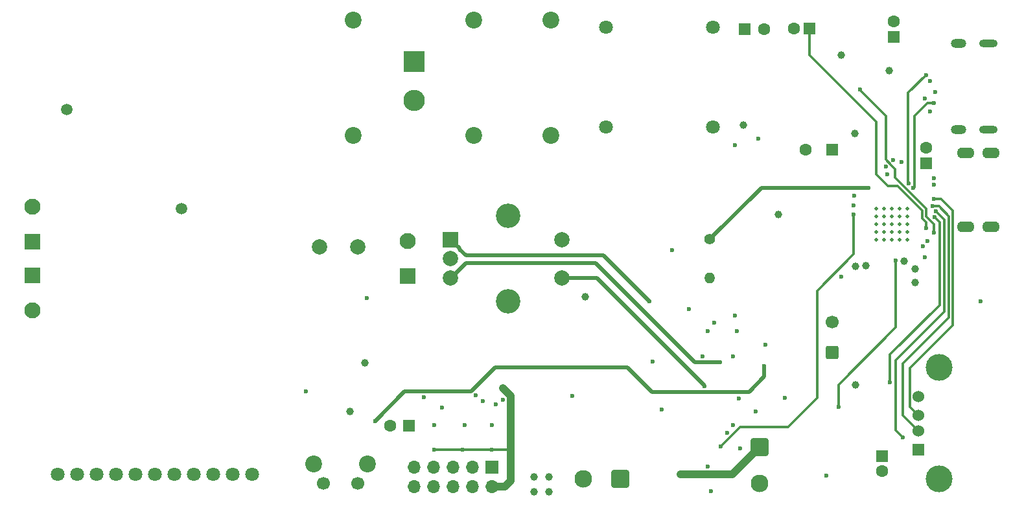
<source format=gbr>
%TF.GenerationSoftware,KiCad,Pcbnew,6.0.10-86aedd382b~118~ubuntu22.04.1*%
%TF.CreationDate,2023-01-15T12:46:15+03:00*%
%TF.ProjectId,xray,78726179-2e6b-4696-9361-645f70636258,rev?*%
%TF.SameCoordinates,Original*%
%TF.FileFunction,Copper,L3,Inr*%
%TF.FilePolarity,Positive*%
%FSLAX46Y46*%
G04 Gerber Fmt 4.6, Leading zero omitted, Abs format (unit mm)*
G04 Created by KiCad (PCBNEW 6.0.10-86aedd382b~118~ubuntu22.04.1) date 2023-01-15 12:46:15*
%MOMM*%
%LPD*%
G01*
G04 APERTURE LIST*
G04 Aperture macros list*
%AMRoundRect*
0 Rectangle with rounded corners*
0 $1 Rounding radius*
0 $2 $3 $4 $5 $6 $7 $8 $9 X,Y pos of 4 corners*
0 Add a 4 corners polygon primitive as box body*
4,1,4,$2,$3,$4,$5,$6,$7,$8,$9,$2,$3,0*
0 Add four circle primitives for the rounded corners*
1,1,$1+$1,$2,$3*
1,1,$1+$1,$4,$5*
1,1,$1+$1,$6,$7*
1,1,$1+$1,$8,$9*
0 Add four rect primitives between the rounded corners*
20,1,$1+$1,$2,$3,$4,$5,0*
20,1,$1+$1,$4,$5,$6,$7,0*
20,1,$1+$1,$6,$7,$8,$9,0*
20,1,$1+$1,$8,$9,$2,$3,0*%
G04 Aperture macros list end*
%TA.AperFunction,ComponentPad*%
%ADD10R,1.600000X1.600000*%
%TD*%
%TA.AperFunction,ComponentPad*%
%ADD11C,1.600000*%
%TD*%
%TA.AperFunction,ComponentPad*%
%ADD12C,0.500000*%
%TD*%
%TA.AperFunction,ComponentPad*%
%ADD13R,1.700000X1.700000*%
%TD*%
%TA.AperFunction,ComponentPad*%
%ADD14O,1.700000X1.700000*%
%TD*%
%TA.AperFunction,ComponentPad*%
%ADD15C,2.200000*%
%TD*%
%TA.AperFunction,ComponentPad*%
%ADD16RoundRect,0.250001X-0.899999X0.899999X-0.899999X-0.899999X0.899999X-0.899999X0.899999X0.899999X0*%
%TD*%
%TA.AperFunction,ComponentPad*%
%ADD17C,2.300000*%
%TD*%
%TA.AperFunction,ComponentPad*%
%ADD18C,1.800000*%
%TD*%
%TA.AperFunction,ComponentPad*%
%ADD19R,2.000000X2.000000*%
%TD*%
%TA.AperFunction,ComponentPad*%
%ADD20C,2.000000*%
%TD*%
%TA.AperFunction,ComponentPad*%
%ADD21C,3.200000*%
%TD*%
%TA.AperFunction,ComponentPad*%
%ADD22RoundRect,0.250001X0.899999X0.899999X-0.899999X0.899999X-0.899999X-0.899999X0.899999X-0.899999X0*%
%TD*%
%TA.AperFunction,ComponentPad*%
%ADD23O,2.300000X1.400000*%
%TD*%
%TA.AperFunction,ComponentPad*%
%ADD24RoundRect,0.250001X0.799999X-0.799999X0.799999X0.799999X-0.799999X0.799999X-0.799999X-0.799999X0*%
%TD*%
%TA.AperFunction,ComponentPad*%
%ADD25C,2.100000*%
%TD*%
%TA.AperFunction,ComponentPad*%
%ADD26C,1.700000*%
%TD*%
%TA.AperFunction,ComponentPad*%
%ADD27RoundRect,0.250001X-0.799999X0.799999X-0.799999X-0.799999X0.799999X-0.799999X0.799999X0.799999X0*%
%TD*%
%TA.AperFunction,ComponentPad*%
%ADD28R,2.800000X2.800000*%
%TD*%
%TA.AperFunction,ComponentPad*%
%ADD29O,2.800000X2.800000*%
%TD*%
%TA.AperFunction,ComponentPad*%
%ADD30R,1.524000X1.524000*%
%TD*%
%TA.AperFunction,ComponentPad*%
%ADD31C,1.524000*%
%TD*%
%TA.AperFunction,ComponentPad*%
%ADD32C,3.500000*%
%TD*%
%TA.AperFunction,ComponentPad*%
%ADD33O,2.400000X1.000000*%
%TD*%
%TA.AperFunction,ComponentPad*%
%ADD34O,2.000000X1.200000*%
%TD*%
%TA.AperFunction,ComponentPad*%
%ADD35C,1.400000*%
%TD*%
%TA.AperFunction,ComponentPad*%
%ADD36O,1.400000X1.400000*%
%TD*%
%TA.AperFunction,ComponentPad*%
%ADD37C,1.500000*%
%TD*%
%TA.AperFunction,ComponentPad*%
%ADD38RoundRect,0.250000X0.600000X-0.600000X0.600000X0.600000X-0.600000X0.600000X-0.600000X-0.600000X0*%
%TD*%
%TA.AperFunction,ViaPad*%
%ADD39C,0.600000*%
%TD*%
%TA.AperFunction,ViaPad*%
%ADD40C,1.000000*%
%TD*%
%TA.AperFunction,Conductor*%
%ADD41C,0.300000*%
%TD*%
%TA.AperFunction,Conductor*%
%ADD42C,1.000000*%
%TD*%
%TA.AperFunction,Conductor*%
%ADD43C,0.500000*%
%TD*%
G04 APERTURE END LIST*
D10*
%TO.N,USB_OUT_VBUS*%
%TO.C,C2*%
X169510000Y-133834888D03*
D11*
%TO.N,GND*%
X169510000Y-135834888D03*
%TD*%
D12*
%TO.N,GND*%
%TO.C,U2*%
X168710000Y-102515000D03*
X171785000Y-102515000D03*
X168710000Y-103540000D03*
X168710000Y-101490000D03*
X171785000Y-101490000D03*
X168710000Y-104565000D03*
X170760000Y-103540000D03*
X172810000Y-104565000D03*
X170760000Y-102515000D03*
X170760000Y-104565000D03*
X172810000Y-105590000D03*
X172810000Y-101490000D03*
X171785000Y-104565000D03*
X170760000Y-105590000D03*
X169735000Y-104565000D03*
X169735000Y-105590000D03*
X169735000Y-103540000D03*
X171785000Y-103540000D03*
X172810000Y-102515000D03*
X169735000Y-102515000D03*
X170760000Y-101490000D03*
X169735000Y-101490000D03*
X168710000Y-105590000D03*
X171785000Y-105590000D03*
X172810000Y-103540000D03*
%TD*%
D10*
%TO.N,USB_OUT_VOUT2*%
%TO.C,C26*%
X160000000Y-78000000D03*
D11*
%TO.N,GND*%
X158000000Y-78000000D03*
%TD*%
D13*
%TO.N,Net-(J4-Pad1)*%
%TO.C,J4*%
X118510000Y-135290000D03*
D14*
%TO.N,+5V*%
X118510000Y-137830000D03*
%TO.N,unconnected-(J4-Pad3)*%
X115970000Y-135290000D03*
%TO.N,Net-(J4-Pad4)*%
X115970000Y-137830000D03*
%TO.N,Net-(J4-Pad5)*%
X113430000Y-135290000D03*
%TO.N,Net-(J4-Pad6)*%
X113430000Y-137830000D03*
%TO.N,Net-(J4-Pad7)*%
X110890000Y-135290000D03*
%TO.N,GND*%
X110890000Y-137830000D03*
%TO.N,Net-(J4-Pad9)*%
X108350000Y-135290000D03*
%TO.N,GND*%
X108350000Y-137830000D03*
%TD*%
D15*
%TO.N,Net-(C9-Pad1)*%
%TO.C,C9*%
X116200000Y-76900000D03*
%TO.N,GND*%
X116200000Y-91900000D03*
%TD*%
%TO.N,GND*%
%TO.C,C11*%
X100400000Y-91900000D03*
%TO.N,Net-(C11-Pad2)*%
X100400000Y-76900000D03*
%TD*%
D16*
%TO.N,VCC*%
%TO.C,M1*%
X153510000Y-132640000D03*
D17*
%TO.N,Net-(C39-Pad1)*%
X153510000Y-137440000D03*
%TD*%
D18*
%TO.N,GND*%
%TO.C,U7*%
X61810000Y-136240000D03*
%TO.N,Net-(Q10-Pad3)*%
X64350000Y-136240000D03*
%TO.N,TFT_DC*%
X66890000Y-136240000D03*
%TO.N,MOSI*%
X69430000Y-136240000D03*
%TO.N,SCK*%
X71970000Y-136240000D03*
%TO.N,unconnected-(U7-Pad6)*%
X74510000Y-136240000D03*
%TO.N,unconnected-(U7-Pad7)*%
X77050000Y-136240000D03*
%TO.N,unconnected-(U7-Pad8)*%
X79590000Y-136240000D03*
%TO.N,GND*%
X82130000Y-136240000D03*
X84670000Y-136240000D03*
%TO.N,Net-(Q10-Pad3)*%
X87210000Y-136240000D03*
%TD*%
D19*
%TO.N,ENCODER_A*%
%TO.C,SW1*%
X113150000Y-105540000D03*
D20*
%TO.N,ENCODER_B*%
X113150000Y-110540000D03*
%TO.N,GND*%
X113150000Y-108040000D03*
D21*
%TO.N,N/C*%
X120650000Y-102440000D03*
X120650000Y-113640000D03*
D20*
%TO.N,ENCODER_CLICK*%
X127650000Y-110540000D03*
%TO.N,GND*%
X127650000Y-105540000D03*
%TD*%
D22*
%TO.N,Net-(LS1-Pad1)*%
%TO.C,LS1*%
X135260000Y-136790000D03*
D17*
%TO.N,Net-(LS1-Pad2)*%
X130460000Y-136790000D03*
%TD*%
D23*
%TO.N,unconnected-(J1-Pad6)*%
%TO.C,J1*%
X180460000Y-103890000D03*
X180460000Y-94190000D03*
X183760000Y-103890000D03*
X183760000Y-94190000D03*
%TD*%
D15*
%TO.N,Net-(C8-Pad1)*%
%TO.C,C8*%
X126200000Y-76900000D03*
%TO.N,Net-(C8-Pad2)*%
X126200000Y-91900000D03*
%TD*%
D24*
%TO.N,Net-(D4-Pad1)*%
%TO.C,D4*%
X58510000Y-105840000D03*
D25*
%TO.N,Net-(D4-Pad2)*%
X58510000Y-101240000D03*
%TD*%
D10*
%TO.N,USB_M_IN_VBUS*%
%TO.C,C3*%
X175260000Y-95540000D03*
D11*
%TO.N,GND*%
X175260000Y-93540000D03*
%TD*%
D10*
%TO.N,USB_VSYS*%
%TO.C,C10*%
X163010000Y-93790000D03*
D11*
%TO.N,GND*%
X159510000Y-93790000D03*
%TD*%
D15*
%TO.N,*%
%TO.C,SW2*%
X95260000Y-134865000D03*
X102260000Y-134865000D03*
D26*
%TO.N,WAKEUP_BUTTON*%
X101010000Y-137365000D03*
%TO.N,GND*%
X96510000Y-137365000D03*
%TD*%
D10*
%TO.N,USB_IN_VBUS*%
%TO.C,C4*%
X171010000Y-79040000D03*
D11*
%TO.N,GND*%
X171010000Y-77040000D03*
%TD*%
D27*
%TO.N,Net-(D4-Pad1)*%
%TO.C,D6*%
X58510000Y-110240000D03*
D25*
%TO.N,Net-(D6-Pad2)*%
X58510000Y-114840000D03*
%TD*%
D20*
%TO.N,Net-(C24-Pad1)*%
%TO.C,C24*%
X96010000Y-106540000D03*
%TO.N,Net-(C24-Pad2)*%
X101010000Y-106540000D03*
%TD*%
D10*
%TO.N,Net-(C40-Pad1)*%
%TO.C,C40*%
X107715113Y-129840000D03*
D11*
%TO.N,GND*%
X105215113Y-129840000D03*
%TD*%
D18*
%TO.N,Net-(C1-Pad1)*%
%TO.C,T1*%
X147400000Y-77800000D03*
%TO.N,Net-(C5-Pad1)*%
X147400000Y-90800000D03*
%TO.N,GND*%
X133400000Y-90800000D03*
%TO.N,Net-(C8-Pad1)*%
X133400000Y-77800000D03*
%TD*%
D28*
%TO.N,Net-(C11-Pad2)*%
%TO.C,D3*%
X108400000Y-82284497D03*
D29*
%TO.N,Net-(C8-Pad2)*%
X108400000Y-87364497D03*
%TD*%
D30*
%TO.N,USB_OUT_VBUS*%
%TO.C,J2*%
X174282500Y-133040000D03*
D31*
%TO.N,USB_OUT_D-*%
X174282500Y-130540000D03*
%TO.N,USB_OUT_D+*%
X174282500Y-128540000D03*
%TO.N,GND*%
X174282500Y-126040000D03*
D32*
%TO.N,unconnected-(J2-Pad5)*%
X176992500Y-122290000D03*
X176992500Y-136790000D03*
%TD*%
D10*
%TO.N,Net-(C1-Pad1)*%
%TO.C,C1*%
X151594888Y-78040000D03*
D11*
%TO.N,GND*%
X154094888Y-78040000D03*
%TD*%
D33*
%TO.N,unconnected-(J3-PadS1)*%
%TO.C,J3*%
X183410000Y-91140000D03*
D34*
X179485000Y-91140000D03*
X179485000Y-79940000D03*
D33*
X183410000Y-79940000D03*
%TD*%
D24*
%TO.N,Net-(D4-Pad1)*%
%TO.C,D5*%
X107510000Y-110340000D03*
D25*
%TO.N,Net-(D5-Pad2)*%
X107510000Y-105740000D03*
%TD*%
D35*
%TO.N,Net-(C16-Pad2)*%
%TO.C,R9*%
X147010000Y-105500000D03*
D36*
%TO.N,GND*%
X147010000Y-110580000D03*
%TD*%
D37*
%TO.N,Net-(R13-Pad2)*%
%TO.C,V1*%
X63010000Y-88540000D03*
%TO.N,Net-(C24-Pad1)*%
X78010000Y-101540000D03*
%TD*%
D38*
%TO.N,Net-(BT1-Pad1)*%
%TO.C,BT1*%
X163010000Y-120290000D03*
D26*
%TO.N,GND*%
X163010000Y-116290000D03*
%TD*%
D39*
%TO.N,USB_INT*%
X148400000Y-132600000D03*
%TO.N,GND*%
X151000000Y-132800000D03*
X147147500Y-138452500D03*
D40*
%TO.N,VCC*%
X143200000Y-136200000D03*
%TO.N,+5V*%
X120000000Y-125000000D03*
D39*
%TO.N,VCC*%
X94200000Y-125400000D03*
D40*
%TO.N,GND*%
X101922500Y-121677500D03*
D39*
%TO.N,RADIATION_VALUE*%
X102200000Y-113200000D03*
%TO.N,USB_KEY*%
X163800000Y-127400000D03*
%TO.N,USB_FORCE_ON*%
X162200000Y-136400000D03*
%TO.N,USB_OUT_VBUS_G*%
X170510000Y-124200000D03*
%TO.N,USB_OUT_VBUS*%
X172200000Y-131400000D03*
%TO.N,Net-(R15-Pad2)*%
X164200000Y-110400000D03*
%TO.N,USB_M_IN_VBUS_G*%
X182400000Y-113600000D03*
D40*
%TO.N,GND*%
X165959500Y-91665000D03*
D39*
%TO.N,USB_IN_VBUS_G*%
X166655000Y-85945000D03*
D40*
%TO.N,VREG*%
X164200000Y-81400000D03*
%TO.N,VCC*%
X151400000Y-90600000D03*
D39*
X175110000Y-107840000D03*
X111010000Y-129790000D03*
D40*
X155960000Y-102290000D03*
D39*
X115010000Y-129790000D03*
X118510000Y-129790000D03*
%TO.N,GND*%
X129010000Y-125990000D03*
D40*
X124010000Y-136540000D03*
X126010000Y-138540000D03*
X99972500Y-128002500D03*
D39*
X156785000Y-126265000D03*
X139510000Y-121515000D03*
D40*
X124010000Y-138540000D03*
X126010000Y-136540000D03*
D39*
%TO.N,USB_OUT_VBUS*%
X176510000Y-101839500D03*
%TO.N,USB_IN_VBUS*%
X175414671Y-105741000D03*
X175760000Y-88790000D03*
D40*
X130750000Y-113000000D03*
%TO.N,USB_VSYS*%
X166000000Y-109000000D03*
X167410000Y-108940000D03*
D39*
%TO.N,USB_OUT_VOUT2*%
X175260000Y-104040000D03*
%TO.N,RESET*%
X147610000Y-116440000D03*
X109635000Y-126165000D03*
%TO.N,SPEAKER*%
X149260000Y-130790000D03*
D40*
%TO.N,USB_VMID*%
X166010000Y-124540000D03*
X173810000Y-111140000D03*
X173810000Y-109340000D03*
X170410000Y-83440000D03*
%TO.N,VREG*%
X172412135Y-108373421D03*
D39*
%TO.N,USB_OUT_D-*%
X176141313Y-101130083D03*
%TO.N,USB_OUT_D+*%
X176250000Y-100250000D03*
%TO.N,USB_IN_CC1*%
X173561082Y-98836907D03*
X176245284Y-87704716D03*
%TO.N,+5V*%
X118510000Y-133040000D03*
X114760000Y-133040000D03*
X111010000Y-133040000D03*
%TO.N,USB_IN_D+*%
X176409500Y-86290000D03*
X170955817Y-95148045D03*
X175760000Y-84790000D03*
%TO.N,USB_IN_D-*%
X172010000Y-95390500D03*
X175110000Y-87104693D03*
%TO.N,USB_IN_CC2*%
X175260000Y-84040000D03*
X172934647Y-98215353D03*
%TO.N,UV_PWM*%
X142072500Y-106927500D03*
%TO.N,RADIATION_VALUE*%
X144310000Y-114640000D03*
%TO.N,FLASHLIGHT*%
X140685000Y-127739500D03*
%TO.N,USB_INT*%
X165790000Y-102290000D03*
%TO.N,ENCODER_A*%
X139110000Y-113640000D03*
%TO.N,ENCODER_B*%
X148310000Y-121590500D03*
%TO.N,ENCODER_CLICK*%
X146310000Y-124689500D03*
%TO.N,USB_KEY*%
X171260000Y-108290000D03*
%TO.N,USB_M_IN_D-*%
X170159500Y-97004998D03*
X176260000Y-98339503D03*
%TO.N,USB_M_IN_D+*%
X170010000Y-96040000D03*
X176260000Y-97540000D03*
%TO.N,USB_OUT_VBUS_G*%
X176338863Y-102620471D03*
%TO.N,USB_I2C_SCL*%
X165860500Y-99790000D03*
%TO.N,RXD*%
X116385000Y-125915000D03*
X146760000Y-117540000D03*
%TO.N,TXD*%
X120010500Y-126440000D03*
X146010000Y-120790000D03*
%TO.N,MOSI*%
X117310000Y-126640000D03*
X150010000Y-129790000D03*
%TO.N,MISO*%
X119010000Y-127040000D03*
X150760000Y-126290000D03*
%TO.N,SCK*%
X153010000Y-128040000D03*
X112010000Y-127540000D03*
%TO.N,USB_M_IN_VBUS_G*%
X174880000Y-106390500D03*
%TO.N,USB_IN_VBUS_G*%
X176260000Y-104664774D03*
%TO.N,USB_FORCE_ON*%
X154260000Y-119290000D03*
%TO.N,USB_I2C_SDA*%
X165760000Y-101040000D03*
%TO.N,WAKEUP_BUTTON*%
X146759500Y-135240000D03*
%TO.N,TFT_DC*%
X150010000Y-120790000D03*
%TO.N,MCU_I2C_SDA*%
X150500000Y-117500000D03*
X153375000Y-92375000D03*
%TO.N,TFT_ENABLE#*%
X154110000Y-122040000D03*
X103310000Y-129240000D03*
%TO.N,MCU_I2C_SCL*%
X150250000Y-93250000D03*
X150250000Y-115500000D03*
%TO.N,Net-(C16-Pad2)*%
X167710000Y-98790000D03*
%TD*%
D41*
%TO.N,USB_INT*%
X165790000Y-102290000D02*
X165790000Y-107460000D01*
X165790000Y-107460000D02*
X161000000Y-112250000D01*
X161000000Y-112250000D02*
X161000000Y-126250000D01*
X161000000Y-126250000D02*
X157250000Y-130000000D01*
X157250000Y-130000000D02*
X151000000Y-130000000D01*
X151000000Y-130000000D02*
X148400000Y-132600000D01*
D42*
%TO.N,VCC*%
X143200000Y-136200000D02*
X146305286Y-136200000D01*
X146305286Y-136200000D02*
X146345286Y-136240000D01*
X146345286Y-136240000D02*
X149910000Y-136240000D01*
X149910000Y-136240000D02*
X153510000Y-132640000D01*
%TO.N,+5V*%
X120000000Y-125000000D02*
X121010000Y-126010000D01*
X121010000Y-126010000D02*
X121010000Y-133040000D01*
D41*
%TO.N,USB_KEY*%
X171260000Y-108290000D02*
X171260000Y-117040000D01*
X171260000Y-117040000D02*
X163800000Y-124500000D01*
X163800000Y-124500000D02*
X163800000Y-127400000D01*
%TO.N,USB_OUT_VBUS_G*%
X176338863Y-102620471D02*
X177000000Y-103281608D01*
X177000000Y-103281608D02*
X177000000Y-114100000D01*
X177000000Y-114100000D02*
X170510000Y-120590000D01*
X170510000Y-120590000D02*
X170510000Y-124200000D01*
%TO.N,USB_OUT_VBUS*%
X172200000Y-131400000D02*
X171300000Y-130500000D01*
X171300000Y-130500000D02*
X171300000Y-121300000D01*
X171300000Y-121300000D02*
X177600000Y-115000000D01*
X177600000Y-115000000D02*
X177600000Y-102929500D01*
X177600000Y-102929500D02*
X176510000Y-101839500D01*
%TO.N,USB_OUT_VOUT2*%
X175260000Y-104040000D02*
X175260000Y-103260000D01*
X175260000Y-103260000D02*
X174750000Y-102750000D01*
X174750000Y-102750000D02*
X174750000Y-101750000D01*
X174750000Y-101750000D02*
X171500000Y-98500000D01*
X171500000Y-98500000D02*
X170250000Y-98500000D01*
X170250000Y-98500000D02*
X168750000Y-97000000D01*
X168750000Y-97000000D02*
X168750000Y-90150000D01*
X168750000Y-90150000D02*
X160000000Y-81400000D01*
X160000000Y-81400000D02*
X160000000Y-78000000D01*
%TO.N,USB_IN_VBUS_G*%
X176260000Y-104664774D02*
X176260000Y-103510000D01*
X175250000Y-102500000D02*
X175250000Y-101500000D01*
X176260000Y-103510000D02*
X175250000Y-102500000D01*
X170686578Y-95798045D02*
X170000000Y-95111467D01*
X170000000Y-89400000D02*
X166600000Y-86000000D01*
X175250000Y-101500000D02*
X171200000Y-97450000D01*
X171200000Y-97450000D02*
X171200000Y-96300000D01*
X171200000Y-96300000D02*
X170698045Y-95798045D01*
X170698045Y-95798045D02*
X170686578Y-95798045D01*
X170000000Y-95111467D02*
X170000000Y-89400000D01*
%TO.N,USB_OUT_D-*%
X176141313Y-101130083D02*
X176181344Y-101130083D01*
X176240761Y-101189500D02*
X176939500Y-101189500D01*
X172250000Y-121764214D02*
X172250000Y-128507500D01*
X178250000Y-115764214D02*
X172250000Y-121764214D01*
X172250000Y-128507500D02*
X174282500Y-130540000D01*
X178250000Y-102500000D02*
X178250000Y-115764214D01*
X176181344Y-101130083D02*
X176240761Y-101189500D01*
X176939500Y-101189500D02*
X178250000Y-102500000D01*
%TO.N,USB_OUT_D+*%
X173170500Y-127428000D02*
X174282500Y-128540000D01*
X173170500Y-122329500D02*
X173170500Y-127428000D01*
X177250000Y-100250000D02*
X178750000Y-101750000D01*
X176250000Y-100250000D02*
X177250000Y-100250000D01*
X178750000Y-101750000D02*
X178750000Y-116750000D01*
X178750000Y-116750000D02*
X173170500Y-122329500D01*
%TO.N,USB_IN_CC1*%
X173710000Y-89440000D02*
X175445284Y-87704716D01*
X173710000Y-98687989D02*
X173710000Y-89440000D01*
X175445284Y-87704716D02*
X176245284Y-87704716D01*
X173561082Y-98836907D02*
X173710000Y-98687989D01*
D42*
%TO.N,+5V*%
X120220000Y-137830000D02*
X118510000Y-137830000D01*
X121010000Y-137040000D02*
X120220000Y-137830000D01*
D41*
X118510000Y-133040000D02*
X121010000Y-133040000D01*
X111010000Y-133040000D02*
X118510000Y-133040000D01*
D42*
X121010000Y-133040000D02*
X121010000Y-137040000D01*
D41*
%TO.N,USB_IN_CC2*%
X172934647Y-98215353D02*
X172910000Y-98190706D01*
X172910000Y-98190706D02*
X172910000Y-86390000D01*
X172910000Y-86390000D02*
X175260000Y-84040000D01*
D43*
%TO.N,ENCODER_A*%
X139110000Y-113640000D02*
X133110000Y-107640000D01*
X133110000Y-107640000D02*
X115110000Y-107640000D01*
X114310000Y-106840000D02*
X114310000Y-106700000D01*
X114310000Y-106700000D02*
X113150000Y-105540000D01*
X115110000Y-107640000D02*
X114310000Y-106840000D01*
%TO.N,ENCODER_B*%
X113210000Y-110540000D02*
X115110000Y-108640000D01*
X115110000Y-108640000D02*
X132110000Y-108640000D01*
X132110000Y-108640000D02*
X145060500Y-121590500D01*
X145060500Y-121590500D02*
X148310000Y-121590500D01*
%TO.N,ENCODER_CLICK*%
X146310000Y-124640000D02*
X132210000Y-110540000D01*
X146310000Y-124689500D02*
X146310000Y-124640000D01*
X132210000Y-110540000D02*
X127650000Y-110540000D01*
%TO.N,TFT_ENABLE#*%
X107135000Y-125415000D02*
X103310000Y-129240000D01*
X154110000Y-123440000D02*
X152110000Y-125440000D01*
X116074339Y-125165000D02*
X115824339Y-125415000D01*
X139410000Y-125440000D02*
X136260000Y-122290000D01*
X118960000Y-122290000D02*
X116085000Y-125165000D01*
X152110000Y-125440000D02*
X139410000Y-125440000D01*
X136260000Y-122290000D02*
X118960000Y-122290000D01*
X154110000Y-122040000D02*
X154110000Y-123440000D01*
X115824339Y-125415000D02*
X107135000Y-125415000D01*
X116085000Y-125165000D02*
X116074339Y-125165000D01*
%TO.N,Net-(C16-Pad2)*%
X153720000Y-98790000D02*
X147010000Y-105500000D01*
X167710000Y-98790000D02*
X153720000Y-98790000D01*
%TD*%
M02*

</source>
